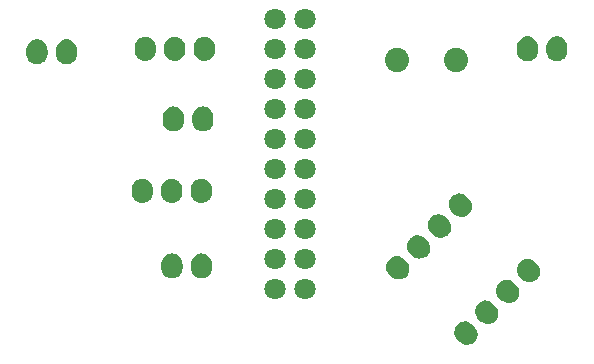
<source format=gts>
G04 Layer: TopSolderMaskLayer*
G04 EasyEDA v6.5.22, 2022-11-10 11:50:32*
G04 78093d0df57e497ba92d4915601d0112,b20a208c93c440fcb0453c65c4fa92e7,10*
G04 Gerber Generator version 0.2*
G04 Scale: 100 percent, Rotated: No, Reflected: No *
G04 Dimensions in millimeters *
G04 leading zeros omitted , absolute positions ,4 integer and 5 decimal *
%FSLAX45Y45*%
%MOMM*%

%ADD10C,2.0516*%
%ADD11C,1.8016*%

%LPD*%
D10*
G01*
X919962Y-11804015D03*
G01*
X1419961Y-11804015D03*
G36*
X1464818Y-13130022D02*
G01*
X1464310Y-13129768D01*
X1453642Y-13129006D01*
X1453134Y-13128751D01*
X1442720Y-13126466D01*
X1441958Y-13126212D01*
X1432052Y-13122656D01*
X1431290Y-13122401D01*
X1421892Y-13117576D01*
X1421384Y-13117322D01*
X1412494Y-13111226D01*
X1411986Y-13110972D01*
X1403858Y-13103860D01*
X1403604Y-13103606D01*
X1386078Y-13085826D01*
X1385824Y-13085571D01*
X1378712Y-13077698D01*
X1378458Y-13077190D01*
X1372362Y-13068300D01*
X1367028Y-13057632D01*
X1363218Y-13047726D01*
X1363218Y-13046963D01*
X1360932Y-13036550D01*
X1360678Y-13036042D01*
X1359662Y-13025374D01*
X1359662Y-13024612D01*
X1359916Y-13013944D01*
X1360170Y-13013436D01*
X1361694Y-13002768D01*
X1361948Y-13002260D01*
X1364996Y-12991846D01*
X1364996Y-12991338D01*
X1369314Y-12981686D01*
X1369568Y-12980924D01*
X1375156Y-12971780D01*
X1375410Y-12971272D01*
X1382014Y-12962890D01*
X1382268Y-12962382D01*
X1389888Y-12954762D01*
X1390396Y-12954508D01*
X1398778Y-12947904D01*
X1399286Y-12947396D01*
X1408684Y-12942062D01*
X1409192Y-12941808D01*
X1418844Y-12937490D01*
X1419606Y-12937236D01*
X1429766Y-12934442D01*
X1430528Y-12934188D01*
X1440942Y-12932664D01*
X1441704Y-12932410D01*
X1452372Y-12932156D01*
X1452880Y-12932156D01*
X1463548Y-12933172D01*
X1464056Y-12933172D01*
X1474470Y-12935712D01*
X1475232Y-12935712D01*
X1485138Y-12939268D01*
X1485900Y-12939776D01*
X1495298Y-12944602D01*
X1495806Y-12944856D01*
X1504696Y-12950698D01*
X1505204Y-12951206D01*
X1513078Y-12958318D01*
X1513332Y-12958572D01*
X1531112Y-12976098D01*
X1531366Y-12976352D01*
X1538478Y-12984480D01*
X1538732Y-12984988D01*
X1544828Y-12993624D01*
X1545082Y-12994386D01*
X1549908Y-13003784D01*
X1550162Y-13004292D01*
X1553718Y-13014452D01*
X1553972Y-13014960D01*
X1556258Y-13025374D01*
X1556512Y-13026136D01*
X1557528Y-13036804D01*
X1557528Y-13037312D01*
X1557020Y-13047980D01*
X1557020Y-13048742D01*
X1555496Y-13059156D01*
X1555242Y-13059918D01*
X1552194Y-13070078D01*
X1551940Y-13070586D01*
X1547876Y-13080492D01*
X1547622Y-13081000D01*
X1542034Y-13090144D01*
X1541780Y-13090652D01*
X1535176Y-13099288D01*
X1534668Y-13099542D01*
X1527302Y-13107162D01*
X1526794Y-13107669D01*
X1518412Y-13114274D01*
X1517650Y-13114528D01*
X1508506Y-13119862D01*
X1507998Y-13120369D01*
X1498346Y-13124434D01*
X1497584Y-13124688D01*
X1487424Y-13127736D01*
X1486662Y-13127736D01*
X1476248Y-13129513D01*
X1475486Y-13129513D01*
G37*
G36*
X1287526Y-13306551D02*
G01*
X1276858Y-13305536D01*
X1276350Y-13305536D01*
X1265936Y-13303250D01*
X1265174Y-13302996D01*
X1255268Y-13299440D01*
X1254506Y-13299186D01*
X1245108Y-13294360D01*
X1244600Y-13294106D01*
X1235710Y-13288010D01*
X1235202Y-13287501D01*
X1227074Y-13280644D01*
X1227074Y-13280390D01*
X1209040Y-13262356D01*
X1201928Y-13254482D01*
X1201674Y-13253974D01*
X1195578Y-13245084D01*
X1190244Y-13234416D01*
X1186434Y-13224510D01*
X1186434Y-13223748D01*
X1184148Y-13213334D01*
X1183894Y-13212826D01*
X1182878Y-13202157D01*
X1182878Y-13201396D01*
X1183386Y-13190728D01*
X1183386Y-13190219D01*
X1184910Y-13179551D01*
X1185164Y-13179044D01*
X1188212Y-13168884D01*
X1188212Y-13168122D01*
X1192530Y-13158469D01*
X1192784Y-13157707D01*
X1198372Y-13148563D01*
X1198626Y-13148056D01*
X1205230Y-13139674D01*
X1205738Y-13139166D01*
X1213104Y-13131546D01*
X1213612Y-13131292D01*
X1221994Y-13124688D01*
X1222502Y-13124180D01*
X1231900Y-13118846D01*
X1232408Y-13118592D01*
X1242060Y-13114274D01*
X1242822Y-13114019D01*
X1252982Y-13111226D01*
X1253744Y-13110972D01*
X1264158Y-13109448D01*
X1264920Y-13109194D01*
X1275588Y-13108940D01*
X1276096Y-13108940D01*
X1286764Y-13109956D01*
X1287272Y-13109956D01*
X1297686Y-13112496D01*
X1298448Y-13112496D01*
X1308354Y-13116306D01*
X1309116Y-13116306D01*
X1318514Y-13121386D01*
X1319022Y-13121640D01*
X1327912Y-13127482D01*
X1328420Y-13127990D01*
X1336294Y-13135101D01*
X1336548Y-13135356D01*
X1354328Y-13152882D01*
X1354582Y-13153136D01*
X1361694Y-13161263D01*
X1361948Y-13161772D01*
X1368044Y-13170407D01*
X1368298Y-13171169D01*
X1373124Y-13180568D01*
X1373378Y-13181076D01*
X1376934Y-13191236D01*
X1377188Y-13191744D01*
X1379474Y-13202157D01*
X1379728Y-13202919D01*
X1380744Y-13213588D01*
X1380744Y-13214096D01*
X1380236Y-13224763D01*
X1380236Y-13225526D01*
X1378712Y-13235940D01*
X1378458Y-13236701D01*
X1375410Y-13246862D01*
X1375410Y-13247369D01*
X1371092Y-13257276D01*
X1370838Y-13257784D01*
X1365250Y-13266928D01*
X1364996Y-13267436D01*
X1358392Y-13276072D01*
X1357884Y-13276326D01*
X1350518Y-13283946D01*
X1350010Y-13284454D01*
X1341628Y-13291057D01*
X1341120Y-13291312D01*
X1331722Y-13296646D01*
X1331214Y-13297154D01*
X1321562Y-13301218D01*
X1320800Y-13301472D01*
X1310640Y-13304519D01*
X1309878Y-13304519D01*
X1299464Y-13306298D01*
X1298702Y-13306298D01*
X1288034Y-13306551D01*
G37*
G36*
X1110742Y-13483336D02*
G01*
X1100074Y-13482319D01*
X1099566Y-13482319D01*
X1089152Y-13480034D01*
X1088390Y-13479780D01*
X1078484Y-13476224D01*
X1077722Y-13475969D01*
X1068324Y-13471144D01*
X1067816Y-13470890D01*
X1058926Y-13464794D01*
X1058418Y-13464286D01*
X1050290Y-13457428D01*
X1050290Y-13457174D01*
X1032256Y-13439140D01*
X1025144Y-13431266D01*
X1024890Y-13430757D01*
X1018794Y-13421868D01*
X1013460Y-13411200D01*
X1009650Y-13401294D01*
X1009650Y-13400532D01*
X1007364Y-13390118D01*
X1007110Y-13389610D01*
X1006094Y-13378942D01*
X1006094Y-13378180D01*
X1006602Y-13367512D01*
X1006602Y-13367004D01*
X1008126Y-13356336D01*
X1008380Y-13355828D01*
X1011428Y-13345413D01*
X1011428Y-13344906D01*
X1015746Y-13335254D01*
X1016000Y-13334492D01*
X1021587Y-13325348D01*
X1021842Y-13324840D01*
X1028446Y-13316457D01*
X1028953Y-13315950D01*
X1036319Y-13308330D01*
X1036828Y-13308076D01*
X1045210Y-13301472D01*
X1045718Y-13300963D01*
X1055116Y-13295630D01*
X1055624Y-13295376D01*
X1065276Y-13291057D01*
X1066038Y-13290804D01*
X1076198Y-13288010D01*
X1076960Y-13287756D01*
X1087374Y-13285978D01*
X1088136Y-13285978D01*
X1098804Y-13285724D01*
X1099312Y-13285724D01*
X1109980Y-13286740D01*
X1110488Y-13286740D01*
X1120902Y-13289280D01*
X1121664Y-13289280D01*
X1131570Y-13292836D01*
X1132332Y-13293090D01*
X1141730Y-13298169D01*
X1142238Y-13298424D01*
X1151128Y-13304266D01*
X1151636Y-13304774D01*
X1159764Y-13311886D01*
X1159764Y-13312140D01*
X1177544Y-13329666D01*
X1177798Y-13329919D01*
X1184910Y-13338048D01*
X1185164Y-13338556D01*
X1191260Y-13347192D01*
X1191514Y-13347954D01*
X1196340Y-13357351D01*
X1196594Y-13357860D01*
X1200150Y-13368019D01*
X1200404Y-13368528D01*
X1202690Y-13378942D01*
X1202944Y-13379704D01*
X1203960Y-13390372D01*
X1203960Y-13390880D01*
X1203452Y-13401548D01*
X1203452Y-13402310D01*
X1201928Y-13412724D01*
X1201674Y-13413486D01*
X1198626Y-13423646D01*
X1198372Y-13424154D01*
X1194308Y-13434060D01*
X1194054Y-13434568D01*
X1188466Y-13443712D01*
X1188212Y-13444219D01*
X1181608Y-13452856D01*
X1181100Y-13453110D01*
X1173734Y-13460730D01*
X1173226Y-13461238D01*
X1164844Y-13467842D01*
X1164336Y-13468096D01*
X1154938Y-13473430D01*
X1154430Y-13473938D01*
X1144778Y-13478001D01*
X1144016Y-13478256D01*
X1133856Y-13481304D01*
X1133094Y-13481304D01*
X1122680Y-13483082D01*
X1121918Y-13483082D01*
X1111250Y-13483336D01*
G37*
G36*
X933958Y-13660119D02*
G01*
X923290Y-13659104D01*
X922782Y-13659104D01*
X912368Y-13656818D01*
X911606Y-13656563D01*
X901700Y-13653007D01*
X900937Y-13652754D01*
X891540Y-13647928D01*
X891032Y-13647674D01*
X882142Y-13641578D01*
X881634Y-13641069D01*
X873760Y-13634212D01*
X855471Y-13615924D01*
X848360Y-13608050D01*
X848106Y-13607542D01*
X842010Y-13598651D01*
X836676Y-13587984D01*
X833119Y-13578078D01*
X832866Y-13577316D01*
X830580Y-13566901D01*
X830326Y-13566394D01*
X829310Y-13555726D01*
X829310Y-13554963D01*
X829818Y-13544296D01*
X829818Y-13543788D01*
X831342Y-13533119D01*
X831596Y-13532612D01*
X834644Y-13522198D01*
X834644Y-13521690D01*
X838962Y-13511784D01*
X839216Y-13511276D01*
X844803Y-13502132D01*
X845058Y-13501624D01*
X851662Y-13493242D01*
X852169Y-13492734D01*
X859536Y-13485113D01*
X860044Y-13484860D01*
X868426Y-13478256D01*
X868934Y-13477748D01*
X878332Y-13472413D01*
X878840Y-13472160D01*
X888492Y-13467842D01*
X889253Y-13467588D01*
X899414Y-13464794D01*
X900176Y-13464540D01*
X910590Y-13462762D01*
X911352Y-13462762D01*
X922019Y-13462507D01*
X922528Y-13462507D01*
X933196Y-13463524D01*
X933703Y-13463524D01*
X944118Y-13465810D01*
X944880Y-13466063D01*
X954786Y-13469619D01*
X955548Y-13469874D01*
X964946Y-13474954D01*
X965453Y-13475207D01*
X974344Y-13481050D01*
X974852Y-13481557D01*
X982980Y-13488669D01*
X982980Y-13488924D01*
X1000760Y-13506450D01*
X1001014Y-13506704D01*
X1008126Y-13514832D01*
X1008380Y-13515340D01*
X1014476Y-13523976D01*
X1014730Y-13524738D01*
X1019556Y-13534136D01*
X1019810Y-13534644D01*
X1023619Y-13544804D01*
X1023619Y-13545312D01*
X1025906Y-13555726D01*
X1026160Y-13556488D01*
X1027176Y-13567156D01*
X1027176Y-13567663D01*
X1026668Y-13578332D01*
X1026668Y-13579094D01*
X1025144Y-13589507D01*
X1024890Y-13590269D01*
X1021842Y-13600430D01*
X1021842Y-13600938D01*
X1017524Y-13610844D01*
X1017269Y-13611351D01*
X1011682Y-13620496D01*
X1011428Y-13621004D01*
X1004824Y-13629640D01*
X1004316Y-13629894D01*
X996950Y-13637513D01*
X996442Y-13638022D01*
X988060Y-13644626D01*
X987552Y-13644880D01*
X978153Y-13650213D01*
X977646Y-13650468D01*
X967994Y-13654786D01*
X967232Y-13655040D01*
X957071Y-13658088D01*
X956310Y-13658088D01*
X945896Y-13659866D01*
X945134Y-13659866D01*
X934466Y-13660119D01*
G37*
G36*
X-727710Y-12405614D02*
G01*
X-738378Y-12404344D01*
X-738886Y-12404090D01*
X-749300Y-12401550D01*
X-750062Y-12401296D01*
X-759968Y-12397486D01*
X-760476Y-12397232D01*
X-769874Y-12391898D01*
X-770382Y-12391644D01*
X-779018Y-12385294D01*
X-779526Y-12385040D01*
X-787146Y-12377674D01*
X-787654Y-12377166D01*
X-794512Y-12369038D01*
X-794766Y-12368530D01*
X-800608Y-12359386D01*
X-800862Y-12358878D01*
X-805434Y-12349226D01*
X-805688Y-12348718D01*
X-808990Y-12338558D01*
X-809244Y-12337796D01*
X-811022Y-12327382D01*
X-811276Y-12326620D01*
X-811784Y-12316206D01*
X-811784Y-12285472D01*
X-811276Y-12274804D01*
X-811022Y-12274296D01*
X-809244Y-12263628D01*
X-808990Y-12263120D01*
X-805688Y-12252960D01*
X-805434Y-12252452D01*
X-800862Y-12242800D01*
X-800608Y-12242038D01*
X-794766Y-12233148D01*
X-794512Y-12232640D01*
X-787654Y-12224258D01*
X-787146Y-12224004D01*
X-779526Y-12216638D01*
X-779018Y-12216130D01*
X-770382Y-12209780D01*
X-769874Y-12209526D01*
X-760476Y-12204446D01*
X-759968Y-12204192D01*
X-750062Y-12200128D01*
X-749300Y-12200128D01*
X-738886Y-12197334D01*
X-738378Y-12197334D01*
X-727710Y-12195810D01*
X-715772Y-12195810D01*
X-705358Y-12197334D01*
X-704596Y-12197334D01*
X-694182Y-12200128D01*
X-693674Y-12200128D01*
X-683768Y-12204192D01*
X-683260Y-12204446D01*
X-673862Y-12209526D01*
X-673354Y-12209780D01*
X-664718Y-12216130D01*
X-664210Y-12216638D01*
X-656336Y-12224004D01*
X-655828Y-12224258D01*
X-649224Y-12232640D01*
X-648716Y-12233148D01*
X-643128Y-12242038D01*
X-642620Y-12242800D01*
X-638302Y-12252452D01*
X-638048Y-12252960D01*
X-634746Y-12263120D01*
X-634492Y-12263628D01*
X-632460Y-12274296D01*
X-632460Y-12274804D01*
X-631698Y-12285472D01*
X-631698Y-12316206D01*
X-632460Y-12326620D01*
X-632460Y-12327382D01*
X-634492Y-12337796D01*
X-634746Y-12338558D01*
X-638048Y-12348718D01*
X-638302Y-12349226D01*
X-642620Y-12358878D01*
X-643128Y-12359386D01*
X-648716Y-12368530D01*
X-649224Y-12369038D01*
X-655828Y-12377166D01*
X-656336Y-12377674D01*
X-664210Y-12385040D01*
X-664718Y-12385294D01*
X-673354Y-12391644D01*
X-673862Y-12391898D01*
X-683260Y-12397232D01*
X-683768Y-12397486D01*
X-693674Y-12401296D01*
X-694182Y-12401550D01*
X-704596Y-12404090D01*
X-705358Y-12404344D01*
X-715772Y-12405614D01*
G37*
G36*
X-977900Y-12405614D02*
G01*
X-988314Y-12404344D01*
X-989076Y-12404090D01*
X-999236Y-12401550D01*
X-999998Y-12401296D01*
X-1009903Y-12397486D01*
X-1010412Y-12397232D01*
X-1019810Y-12391898D01*
X-1020318Y-12391644D01*
X-1028953Y-12385294D01*
X-1029462Y-12385040D01*
X-1037336Y-12377674D01*
X-1037590Y-12377166D01*
X-1044448Y-12369038D01*
X-1044956Y-12368530D01*
X-1050544Y-12359386D01*
X-1050798Y-12358878D01*
X-1055370Y-12349226D01*
X-1055624Y-12348718D01*
X-1058926Y-12338558D01*
X-1059180Y-12337796D01*
X-1061212Y-12327382D01*
X-1061212Y-12326620D01*
X-1061974Y-12316206D01*
X-1061974Y-12285472D01*
X-1061212Y-12274804D01*
X-1061212Y-12274296D01*
X-1059180Y-12263628D01*
X-1058926Y-12263120D01*
X-1055624Y-12252960D01*
X-1055370Y-12252198D01*
X-1050798Y-12242546D01*
X-1050544Y-12242038D01*
X-1044956Y-12233148D01*
X-1044448Y-12232640D01*
X-1037590Y-12224258D01*
X-1037336Y-12224004D01*
X-1029462Y-12216638D01*
X-1028953Y-12216130D01*
X-1020318Y-12209780D01*
X-1019810Y-12209526D01*
X-1010412Y-12204446D01*
X-1009903Y-12204192D01*
X-999998Y-12200128D01*
X-999236Y-12200128D01*
X-989076Y-12197334D01*
X-988314Y-12197334D01*
X-977900Y-12195810D01*
X-965708Y-12195810D01*
X-955294Y-12197334D01*
X-954532Y-12197334D01*
X-944371Y-12200128D01*
X-943610Y-12200128D01*
X-933703Y-12204192D01*
X-933196Y-12204446D01*
X-923798Y-12209526D01*
X-923290Y-12209780D01*
X-914653Y-12216130D01*
X-914146Y-12216638D01*
X-906271Y-12224004D01*
X-906018Y-12224258D01*
X-899160Y-12232640D01*
X-898652Y-12233148D01*
X-893064Y-12242038D01*
X-892810Y-12242546D01*
X-888237Y-12252198D01*
X-887984Y-12252960D01*
X-884682Y-12263120D01*
X-884428Y-12263628D01*
X-882396Y-12274296D01*
X-882396Y-12274804D01*
X-881634Y-12285472D01*
X-881634Y-12316206D01*
X-882396Y-12326620D01*
X-882396Y-12327382D01*
X-884428Y-12337796D01*
X-884682Y-12338558D01*
X-887984Y-12348718D01*
X-888237Y-12349226D01*
X-892810Y-12358878D01*
X-893064Y-12359386D01*
X-898652Y-12368530D01*
X-899160Y-12369038D01*
X-906018Y-12377166D01*
X-906271Y-12377674D01*
X-914146Y-12385040D01*
X-914653Y-12385294D01*
X-923290Y-12391644D01*
X-923798Y-12391898D01*
X-933196Y-12397232D01*
X-933703Y-12397486D01*
X-943610Y-12401296D01*
X-944371Y-12401550D01*
X-954532Y-12404090D01*
X-955294Y-12404344D01*
X-965708Y-12405614D01*
G37*
G36*
X2269998Y-11812016D02*
G01*
X2269490Y-11811762D01*
X2258822Y-11810492D01*
X2258314Y-11810492D01*
X2247900Y-11807698D01*
X2247138Y-11807444D01*
X2237232Y-11803634D01*
X2236724Y-11803380D01*
X2227326Y-11798300D01*
X2226818Y-11797792D01*
X2218182Y-11791696D01*
X2217674Y-11791188D01*
X2210054Y-11783822D01*
X2209546Y-11783314D01*
X2202688Y-11775186D01*
X2202434Y-11774678D01*
X2196592Y-11765534D01*
X2196338Y-11765026D01*
X2191766Y-11755374D01*
X2191512Y-11754866D01*
X2188210Y-11744706D01*
X2187956Y-11743944D01*
X2186178Y-11733530D01*
X2185924Y-11733022D01*
X2185416Y-11722354D01*
X2185416Y-11691620D01*
X2185924Y-11680952D01*
X2186178Y-11680444D01*
X2187956Y-11669776D01*
X2188210Y-11669268D01*
X2191512Y-11659108D01*
X2191766Y-11658600D01*
X2196338Y-11648948D01*
X2196592Y-11648186D01*
X2202434Y-11639296D01*
X2202688Y-11638788D01*
X2209546Y-11630660D01*
X2210054Y-11630152D01*
X2217674Y-11622786D01*
X2218182Y-11622278D01*
X2226818Y-11616182D01*
X2227326Y-11615674D01*
X2236724Y-11610594D01*
X2237232Y-11610340D01*
X2247138Y-11606530D01*
X2247900Y-11606276D01*
X2258314Y-11603482D01*
X2258822Y-11603482D01*
X2269490Y-11602212D01*
X2269998Y-11601958D01*
X2280666Y-11601958D01*
X2281428Y-11602212D01*
X2291842Y-11603482D01*
X2292604Y-11603482D01*
X2303018Y-11606276D01*
X2303526Y-11606530D01*
X2313432Y-11610340D01*
X2313940Y-11610594D01*
X2323338Y-11615674D01*
X2323846Y-11616182D01*
X2332482Y-11622278D01*
X2332990Y-11622786D01*
X2340864Y-11630152D01*
X2341372Y-11630660D01*
X2347976Y-11638788D01*
X2348484Y-11639296D01*
X2354072Y-11648186D01*
X2354580Y-11648948D01*
X2358898Y-11658600D01*
X2359152Y-11659108D01*
X2362454Y-11669268D01*
X2362708Y-11669776D01*
X2364740Y-11680444D01*
X2364740Y-11680952D01*
X2365502Y-11691620D01*
X2365502Y-11722354D01*
X2364740Y-11733022D01*
X2364740Y-11733530D01*
X2362708Y-11743944D01*
X2362454Y-11744706D01*
X2359152Y-11754866D01*
X2358898Y-11755374D01*
X2354580Y-11765026D01*
X2354072Y-11765534D01*
X2348484Y-11774678D01*
X2347976Y-11775186D01*
X2341372Y-11783314D01*
X2340864Y-11783822D01*
X2332990Y-11791188D01*
X2332482Y-11791696D01*
X2323846Y-11797792D01*
X2323338Y-11798300D01*
X2313940Y-11803380D01*
X2313432Y-11803634D01*
X2303526Y-11807444D01*
X2303018Y-11807698D01*
X2292604Y-11810492D01*
X2291842Y-11810492D01*
X2281428Y-11811762D01*
X2280666Y-11812016D01*
G37*
G36*
X2020062Y-11812016D02*
G01*
X2019300Y-11811762D01*
X2008886Y-11810492D01*
X2008124Y-11810492D01*
X1997964Y-11807698D01*
X1997202Y-11807444D01*
X1987296Y-11803634D01*
X1986788Y-11803380D01*
X1977389Y-11798300D01*
X1976882Y-11797792D01*
X1968246Y-11791696D01*
X1967738Y-11791188D01*
X1959864Y-11783822D01*
X1959610Y-11783314D01*
X1952752Y-11775186D01*
X1952243Y-11774678D01*
X1946656Y-11765534D01*
X1946402Y-11765026D01*
X1941830Y-11755374D01*
X1941575Y-11754866D01*
X1938274Y-11744706D01*
X1938020Y-11743944D01*
X1935988Y-11733530D01*
X1935988Y-11733022D01*
X1935225Y-11722354D01*
X1935225Y-11691620D01*
X1935988Y-11680952D01*
X1935988Y-11680444D01*
X1938020Y-11669776D01*
X1938274Y-11669268D01*
X1941575Y-11659108D01*
X1941830Y-11658600D01*
X1946402Y-11648948D01*
X1946656Y-11648186D01*
X1952243Y-11639296D01*
X1952752Y-11638788D01*
X1959610Y-11630660D01*
X1959864Y-11630152D01*
X1967738Y-11622786D01*
X1968246Y-11622278D01*
X1976882Y-11616182D01*
X1977389Y-11615674D01*
X1986788Y-11610594D01*
X1987296Y-11610340D01*
X1997202Y-11606530D01*
X1997964Y-11606276D01*
X2008124Y-11603482D01*
X2008886Y-11603482D01*
X2019300Y-11602212D01*
X2020062Y-11601958D01*
X2030730Y-11601958D01*
X2031492Y-11602212D01*
X2041906Y-11603482D01*
X2042668Y-11603482D01*
X2052828Y-11606276D01*
X2053589Y-11606530D01*
X2063496Y-11610340D01*
X2064004Y-11610594D01*
X2073402Y-11615674D01*
X2073910Y-11616182D01*
X2082546Y-11622278D01*
X2083054Y-11622786D01*
X2090928Y-11630152D01*
X2091182Y-11630660D01*
X2098040Y-11638788D01*
X2098548Y-11639296D01*
X2104136Y-11648186D01*
X2104390Y-11648948D01*
X2108962Y-11658600D01*
X2109216Y-11659108D01*
X2112518Y-11669268D01*
X2112772Y-11669776D01*
X2114804Y-11680444D01*
X2114804Y-11680952D01*
X2115566Y-11691620D01*
X2115566Y-11722354D01*
X2114804Y-11733022D01*
X2114804Y-11733530D01*
X2112772Y-11743944D01*
X2112518Y-11744706D01*
X2109216Y-11754866D01*
X2108962Y-11755374D01*
X2104390Y-11765026D01*
X2104136Y-11765534D01*
X2098548Y-11774678D01*
X2098040Y-11775186D01*
X2091182Y-11783314D01*
X2090928Y-11783822D01*
X2083054Y-11791188D01*
X2082546Y-11791696D01*
X2073910Y-11797792D01*
X2073402Y-11798300D01*
X2064004Y-11803380D01*
X2063496Y-11803634D01*
X2053589Y-11807444D01*
X2052828Y-11807698D01*
X2042668Y-11810492D01*
X2041906Y-11810492D01*
X2031492Y-11811762D01*
X2030730Y-11812016D01*
G37*
G36*
X-1882139Y-11837416D02*
G01*
X-1882902Y-11837162D01*
X-1893316Y-11835892D01*
X-1894078Y-11835892D01*
X-1904238Y-11833098D01*
X-1905000Y-11832844D01*
X-1914906Y-11829034D01*
X-1915414Y-11828780D01*
X-1924812Y-11823700D01*
X-1925320Y-11823192D01*
X-1933956Y-11817096D01*
X-1934464Y-11816588D01*
X-1942338Y-11809222D01*
X-1942592Y-11808714D01*
X-1949450Y-11800586D01*
X-1949957Y-11800078D01*
X-1955546Y-11790934D01*
X-1955800Y-11790426D01*
X-1960372Y-11780774D01*
X-1960625Y-11780266D01*
X-1963928Y-11770106D01*
X-1964182Y-11769344D01*
X-1966214Y-11758930D01*
X-1966214Y-11758422D01*
X-1966975Y-11747754D01*
X-1966975Y-11717020D01*
X-1966214Y-11706352D01*
X-1966214Y-11705844D01*
X-1964182Y-11695176D01*
X-1963928Y-11694668D01*
X-1960625Y-11684508D01*
X-1960372Y-11684000D01*
X-1955800Y-11674348D01*
X-1955546Y-11673586D01*
X-1949957Y-11664696D01*
X-1949450Y-11664188D01*
X-1942592Y-11656060D01*
X-1942338Y-11655552D01*
X-1934464Y-11648186D01*
X-1933956Y-11647678D01*
X-1925320Y-11641582D01*
X-1924812Y-11641074D01*
X-1915414Y-11635994D01*
X-1914906Y-11635740D01*
X-1905000Y-11631930D01*
X-1904238Y-11631676D01*
X-1894078Y-11628882D01*
X-1893316Y-11628882D01*
X-1882902Y-11627612D01*
X-1882139Y-11627358D01*
X-1871472Y-11627358D01*
X-1870710Y-11627612D01*
X-1860296Y-11628882D01*
X-1859534Y-11628882D01*
X-1849374Y-11631676D01*
X-1848612Y-11631930D01*
X-1838706Y-11635740D01*
X-1838198Y-11635994D01*
X-1828800Y-11641074D01*
X-1828292Y-11641582D01*
X-1819656Y-11647678D01*
X-1819148Y-11648186D01*
X-1811274Y-11655552D01*
X-1811020Y-11656060D01*
X-1804162Y-11664188D01*
X-1803654Y-11664696D01*
X-1798066Y-11673586D01*
X-1797812Y-11674348D01*
X-1793239Y-11684000D01*
X-1792986Y-11684508D01*
X-1789684Y-11694668D01*
X-1789430Y-11695176D01*
X-1787398Y-11705844D01*
X-1787398Y-11706352D01*
X-1786636Y-11717020D01*
X-1786636Y-11747754D01*
X-1787398Y-11758422D01*
X-1787398Y-11758930D01*
X-1789430Y-11769344D01*
X-1789684Y-11770106D01*
X-1792986Y-11780266D01*
X-1793239Y-11780774D01*
X-1797812Y-11790426D01*
X-1798066Y-11790934D01*
X-1803654Y-11800078D01*
X-1804162Y-11800586D01*
X-1811020Y-11808714D01*
X-1811274Y-11809222D01*
X-1819148Y-11816588D01*
X-1819656Y-11817096D01*
X-1828292Y-11823192D01*
X-1828800Y-11823700D01*
X-1838198Y-11828780D01*
X-1838706Y-11829034D01*
X-1848612Y-11832844D01*
X-1849374Y-11833098D01*
X-1859534Y-11835892D01*
X-1860296Y-11835892D01*
X-1870710Y-11837162D01*
X-1871472Y-11837416D01*
G37*
G36*
X-2132076Y-11837416D02*
G01*
X-2132838Y-11837162D01*
X-2143506Y-11835892D01*
X-2144014Y-11835892D01*
X-2154428Y-11833098D01*
X-2154936Y-11832844D01*
X-2164842Y-11829034D01*
X-2165350Y-11828780D01*
X-2174748Y-11823700D01*
X-2175256Y-11823192D01*
X-2183892Y-11817096D01*
X-2184400Y-11816588D01*
X-2192274Y-11809222D01*
X-2192782Y-11808714D01*
X-2199386Y-11800586D01*
X-2199894Y-11800078D01*
X-2205482Y-11790934D01*
X-2205990Y-11790426D01*
X-2210562Y-11780774D01*
X-2210562Y-11780266D01*
X-2213864Y-11770106D01*
X-2214118Y-11769344D01*
X-2216150Y-11758930D01*
X-2216150Y-11758422D01*
X-2216912Y-11747754D01*
X-2216912Y-11717020D01*
X-2216150Y-11706352D01*
X-2216150Y-11705844D01*
X-2214118Y-11695176D01*
X-2213864Y-11694668D01*
X-2210562Y-11684508D01*
X-2210562Y-11684000D01*
X-2205990Y-11674348D01*
X-2205482Y-11673586D01*
X-2199894Y-11664696D01*
X-2199386Y-11664188D01*
X-2192782Y-11656060D01*
X-2192274Y-11655552D01*
X-2184400Y-11648186D01*
X-2183892Y-11647678D01*
X-2175256Y-11641582D01*
X-2174748Y-11641074D01*
X-2165350Y-11635994D01*
X-2164842Y-11635740D01*
X-2154936Y-11631930D01*
X-2154428Y-11631676D01*
X-2144014Y-11628882D01*
X-2143506Y-11628882D01*
X-2132838Y-11627612D01*
X-2132076Y-11627358D01*
X-2121408Y-11627358D01*
X-2120900Y-11627612D01*
X-2110232Y-11628882D01*
X-2109724Y-11628882D01*
X-2099310Y-11631676D01*
X-2098802Y-11631930D01*
X-2088642Y-11635740D01*
X-2088134Y-11635994D01*
X-2078736Y-11641074D01*
X-2078228Y-11641582D01*
X-2069592Y-11647678D01*
X-2069084Y-11648186D01*
X-2061464Y-11655552D01*
X-2060956Y-11656060D01*
X-2054098Y-11664188D01*
X-2053843Y-11664696D01*
X-2048002Y-11673586D01*
X-2047748Y-11674348D01*
X-2043175Y-11684000D01*
X-2042922Y-11684508D01*
X-2039620Y-11694668D01*
X-2039620Y-11695176D01*
X-2037588Y-11705844D01*
X-2037334Y-11706352D01*
X-2036825Y-11717020D01*
X-2036825Y-11747754D01*
X-2037334Y-11758422D01*
X-2037588Y-11758930D01*
X-2039620Y-11769344D01*
X-2039620Y-11770106D01*
X-2042922Y-11780266D01*
X-2043175Y-11780774D01*
X-2047748Y-11790426D01*
X-2048002Y-11790934D01*
X-2053843Y-11800078D01*
X-2054098Y-11800586D01*
X-2060956Y-11808714D01*
X-2061464Y-11809222D01*
X-2069084Y-11816588D01*
X-2069592Y-11817096D01*
X-2078228Y-11823192D01*
X-2078736Y-11823700D01*
X-2088134Y-11828780D01*
X-2088642Y-11829034D01*
X-2098802Y-11832844D01*
X-2099310Y-11833098D01*
X-2109724Y-11835892D01*
X-2110232Y-11835892D01*
X-2120900Y-11837162D01*
X-2121408Y-11837416D01*
G37*
G36*
X-739902Y-13650213D02*
G01*
X-750316Y-13648944D01*
X-751078Y-13648690D01*
X-761238Y-13646150D01*
X-762000Y-13645896D01*
X-771906Y-13642086D01*
X-772414Y-13641832D01*
X-781812Y-13636498D01*
X-782320Y-13636244D01*
X-790956Y-13629894D01*
X-791464Y-13629640D01*
X-799338Y-13622274D01*
X-799592Y-13621766D01*
X-806450Y-13613638D01*
X-806958Y-13613130D01*
X-812546Y-13603986D01*
X-812800Y-13603478D01*
X-817372Y-13593826D01*
X-817625Y-13593318D01*
X-820928Y-13583157D01*
X-821182Y-13582396D01*
X-823214Y-13571982D01*
X-823214Y-13571219D01*
X-823976Y-13560806D01*
X-823976Y-13530072D01*
X-823214Y-13519404D01*
X-823214Y-13518896D01*
X-821182Y-13508228D01*
X-820928Y-13507719D01*
X-817625Y-13497560D01*
X-817372Y-13496798D01*
X-812800Y-13487146D01*
X-812546Y-13486638D01*
X-806958Y-13477748D01*
X-806450Y-13477240D01*
X-799592Y-13468857D01*
X-799338Y-13468604D01*
X-791464Y-13461238D01*
X-790956Y-13460730D01*
X-782320Y-13454380D01*
X-781812Y-13454126D01*
X-772414Y-13449046D01*
X-771906Y-13448792D01*
X-762000Y-13444728D01*
X-761238Y-13444728D01*
X-751078Y-13441934D01*
X-750316Y-13441934D01*
X-739902Y-13440410D01*
X-727710Y-13440410D01*
X-717296Y-13441934D01*
X-716534Y-13441934D01*
X-706374Y-13444728D01*
X-705612Y-13444728D01*
X-695706Y-13448792D01*
X-695198Y-13449046D01*
X-685800Y-13454126D01*
X-685292Y-13454380D01*
X-676656Y-13460730D01*
X-676148Y-13461238D01*
X-668274Y-13468604D01*
X-668020Y-13468857D01*
X-661162Y-13477240D01*
X-660654Y-13477748D01*
X-655066Y-13486638D01*
X-654812Y-13487146D01*
X-650240Y-13496798D01*
X-649986Y-13497560D01*
X-646684Y-13507719D01*
X-646430Y-13508228D01*
X-644398Y-13518896D01*
X-644398Y-13519404D01*
X-643636Y-13530072D01*
X-643636Y-13560806D01*
X-644398Y-13571219D01*
X-644398Y-13571982D01*
X-646430Y-13582396D01*
X-646684Y-13583157D01*
X-649986Y-13593318D01*
X-650240Y-13593826D01*
X-654812Y-13603478D01*
X-655066Y-13603986D01*
X-660654Y-13613130D01*
X-661162Y-13613638D01*
X-668020Y-13621766D01*
X-668274Y-13622274D01*
X-676148Y-13629640D01*
X-676656Y-13629894D01*
X-685292Y-13636244D01*
X-685800Y-13636498D01*
X-695198Y-13641832D01*
X-695706Y-13642086D01*
X-705612Y-13645896D01*
X-706374Y-13646150D01*
X-716534Y-13648690D01*
X-717296Y-13648944D01*
X-727710Y-13650213D01*
G37*
G36*
X-989837Y-13650213D02*
G01*
X-1000506Y-13648944D01*
X-1001014Y-13648690D01*
X-1011428Y-13646150D01*
X-1011936Y-13645896D01*
X-1021842Y-13642086D01*
X-1022350Y-13641832D01*
X-1031748Y-13636498D01*
X-1032256Y-13636244D01*
X-1040892Y-13629894D01*
X-1041400Y-13629640D01*
X-1049274Y-13622274D01*
X-1049782Y-13621766D01*
X-1056386Y-13613638D01*
X-1056894Y-13613130D01*
X-1062482Y-13603986D01*
X-1062990Y-13603478D01*
X-1067562Y-13593826D01*
X-1067562Y-13593318D01*
X-1070864Y-13583157D01*
X-1071118Y-13582396D01*
X-1073150Y-13571982D01*
X-1073150Y-13571219D01*
X-1073912Y-13560806D01*
X-1073912Y-13530072D01*
X-1073150Y-13519404D01*
X-1073150Y-13518896D01*
X-1071118Y-13508228D01*
X-1070864Y-13507719D01*
X-1067562Y-13497560D01*
X-1067562Y-13497051D01*
X-1062990Y-13487400D01*
X-1062482Y-13486638D01*
X-1056894Y-13477748D01*
X-1056386Y-13477240D01*
X-1049782Y-13468857D01*
X-1049274Y-13468604D01*
X-1041400Y-13461238D01*
X-1040892Y-13460730D01*
X-1032256Y-13454380D01*
X-1031748Y-13454126D01*
X-1022350Y-13449046D01*
X-1021842Y-13448792D01*
X-1011936Y-13444728D01*
X-1011428Y-13444728D01*
X-1001014Y-13441934D01*
X-1000506Y-13441934D01*
X-989837Y-13440410D01*
X-977900Y-13440410D01*
X-967232Y-13441934D01*
X-966724Y-13441934D01*
X-956310Y-13444728D01*
X-955802Y-13444728D01*
X-945642Y-13448792D01*
X-945134Y-13449046D01*
X-935736Y-13454126D01*
X-935228Y-13454380D01*
X-926592Y-13460730D01*
X-926084Y-13461238D01*
X-918464Y-13468604D01*
X-917956Y-13468857D01*
X-911098Y-13477240D01*
X-910844Y-13477748D01*
X-905002Y-13486638D01*
X-904748Y-13487400D01*
X-900176Y-13497051D01*
X-899921Y-13497560D01*
X-896619Y-13507719D01*
X-896619Y-13508228D01*
X-894587Y-13518896D01*
X-894334Y-13519404D01*
X-893826Y-13530072D01*
X-893826Y-13560806D01*
X-894334Y-13571219D01*
X-894587Y-13571982D01*
X-896619Y-13582396D01*
X-896619Y-13583157D01*
X-899921Y-13593318D01*
X-900176Y-13593826D01*
X-904748Y-13603478D01*
X-905002Y-13603986D01*
X-910844Y-13613130D01*
X-911098Y-13613638D01*
X-917956Y-13621766D01*
X-918464Y-13622274D01*
X-926084Y-13629640D01*
X-926592Y-13629894D01*
X-935228Y-13636244D01*
X-935736Y-13636498D01*
X-945134Y-13641832D01*
X-945642Y-13642086D01*
X-955802Y-13645896D01*
X-956310Y-13646150D01*
X-966724Y-13648690D01*
X-967232Y-13648944D01*
X-977900Y-13650213D01*
G37*
G36*
X-741172Y-13012674D02*
G01*
X-751840Y-13011404D01*
X-752348Y-13011404D01*
X-762762Y-13008610D01*
X-763270Y-13008356D01*
X-773176Y-13004546D01*
X-773938Y-13004292D01*
X-783336Y-12999212D01*
X-783844Y-12998704D01*
X-792480Y-12992354D01*
X-792988Y-12992100D01*
X-800608Y-12984734D01*
X-801116Y-12984226D01*
X-807974Y-12976098D01*
X-808228Y-12975590D01*
X-814069Y-12966446D01*
X-814324Y-12965938D01*
X-818896Y-12956286D01*
X-819150Y-12955778D01*
X-822452Y-12945618D01*
X-822452Y-12944856D01*
X-824484Y-12934442D01*
X-824737Y-12933934D01*
X-825246Y-12923266D01*
X-825246Y-12897612D01*
X-824737Y-12886944D01*
X-824484Y-12886182D01*
X-822452Y-12875768D01*
X-822452Y-12875260D01*
X-819150Y-12865100D01*
X-818896Y-12864338D01*
X-814324Y-12854686D01*
X-814069Y-12854178D01*
X-808228Y-12845288D01*
X-807974Y-12844780D01*
X-801116Y-12836398D01*
X-800608Y-12835890D01*
X-792988Y-12828778D01*
X-792480Y-12828270D01*
X-783844Y-12821920D01*
X-783336Y-12821666D01*
X-773938Y-12816586D01*
X-773176Y-12816332D01*
X-763270Y-12812268D01*
X-762762Y-12812014D01*
X-752348Y-12809474D01*
X-751840Y-12809220D01*
X-741172Y-12807950D01*
X-729234Y-12807950D01*
X-718566Y-12809220D01*
X-718058Y-12809474D01*
X-707644Y-12812014D01*
X-707136Y-12812268D01*
X-697230Y-12816332D01*
X-696468Y-12816586D01*
X-687324Y-12821666D01*
X-686562Y-12821920D01*
X-677926Y-12828270D01*
X-677418Y-12828778D01*
X-669798Y-12835890D01*
X-669290Y-12836398D01*
X-662432Y-12844780D01*
X-662178Y-12845288D01*
X-656336Y-12854178D01*
X-656082Y-12854686D01*
X-651510Y-12864338D01*
X-651256Y-12865100D01*
X-647954Y-12875260D01*
X-647954Y-12875768D01*
X-645922Y-12886182D01*
X-645922Y-12886944D01*
X-645160Y-12897612D01*
X-645160Y-12923266D01*
X-645922Y-12933934D01*
X-645922Y-12934442D01*
X-647954Y-12944856D01*
X-647954Y-12945618D01*
X-651256Y-12955778D01*
X-651510Y-12956286D01*
X-656082Y-12965938D01*
X-656336Y-12966446D01*
X-662178Y-12975590D01*
X-662432Y-12976098D01*
X-669290Y-12984226D01*
X-669798Y-12984734D01*
X-677418Y-12992100D01*
X-677926Y-12992354D01*
X-686562Y-12998704D01*
X-687324Y-12999212D01*
X-696468Y-13004292D01*
X-697230Y-13004546D01*
X-707136Y-13008356D01*
X-707644Y-13008610D01*
X-718058Y-13011404D01*
X-718566Y-13011404D01*
X-729234Y-13012674D01*
G37*
G36*
X-991108Y-13012674D02*
G01*
X-1001776Y-13011404D01*
X-1002284Y-13011404D01*
X-1012698Y-13008610D01*
X-1013460Y-13008356D01*
X-1023366Y-13004546D01*
X-1023874Y-13004292D01*
X-1033271Y-12999212D01*
X-1033780Y-12998704D01*
X-1042416Y-12992354D01*
X-1042924Y-12992100D01*
X-1050544Y-12984734D01*
X-1051052Y-12984226D01*
X-1057910Y-12976098D01*
X-1058164Y-12975590D01*
X-1064006Y-12966446D01*
X-1064260Y-12965938D01*
X-1068832Y-12956286D01*
X-1069086Y-12955778D01*
X-1072388Y-12945618D01*
X-1072642Y-12944856D01*
X-1074420Y-12934442D01*
X-1074674Y-12933934D01*
X-1075182Y-12923266D01*
X-1075182Y-12897612D01*
X-1074674Y-12886944D01*
X-1074420Y-12886182D01*
X-1072642Y-12875768D01*
X-1072388Y-12875260D01*
X-1069086Y-12865100D01*
X-1068832Y-12864338D01*
X-1064260Y-12854686D01*
X-1064006Y-12854178D01*
X-1058164Y-12845288D01*
X-1057910Y-12844780D01*
X-1051052Y-12836398D01*
X-1050544Y-12835890D01*
X-1042924Y-12828778D01*
X-1042416Y-12828270D01*
X-1033780Y-12821920D01*
X-1033271Y-12821666D01*
X-1023874Y-12816586D01*
X-1023366Y-12816332D01*
X-1013460Y-12812268D01*
X-1012698Y-12812014D01*
X-1002284Y-12809474D01*
X-1001776Y-12809220D01*
X-991108Y-12807950D01*
X-979169Y-12807950D01*
X-968756Y-12809220D01*
X-967994Y-12809474D01*
X-957580Y-12812014D01*
X-957071Y-12812268D01*
X-947166Y-12816332D01*
X-946658Y-12816586D01*
X-937260Y-12821666D01*
X-936752Y-12821920D01*
X-928116Y-12828270D01*
X-927608Y-12828778D01*
X-919734Y-12835890D01*
X-919480Y-12836398D01*
X-912621Y-12844780D01*
X-912114Y-12845288D01*
X-906526Y-12854178D01*
X-906018Y-12854686D01*
X-901700Y-12864338D01*
X-901446Y-12865100D01*
X-898144Y-12875260D01*
X-897890Y-12875768D01*
X-895858Y-12886182D01*
X-895858Y-12886944D01*
X-895096Y-12897612D01*
X-895096Y-12923266D01*
X-895858Y-12933934D01*
X-895858Y-12934442D01*
X-897890Y-12944856D01*
X-898144Y-12945618D01*
X-901446Y-12955778D01*
X-901700Y-12956286D01*
X-906018Y-12965938D01*
X-906526Y-12966446D01*
X-912114Y-12975590D01*
X-912621Y-12976098D01*
X-919480Y-12984226D01*
X-919734Y-12984734D01*
X-927608Y-12992100D01*
X-928116Y-12992354D01*
X-936752Y-12998704D01*
X-937260Y-12999212D01*
X-946658Y-13004292D01*
X-947166Y-13004546D01*
X-957071Y-13008356D01*
X-957580Y-13008610D01*
X-967994Y-13011404D01*
X-968756Y-13011404D01*
X-979169Y-13012674D01*
G37*
G36*
X-1241298Y-13012674D02*
G01*
X-1251712Y-13011404D01*
X-1252474Y-13011404D01*
X-1262634Y-13008610D01*
X-1263396Y-13008356D01*
X-1273302Y-13004546D01*
X-1273810Y-13004292D01*
X-1283208Y-12999212D01*
X-1283716Y-12998704D01*
X-1292352Y-12992354D01*
X-1292860Y-12992100D01*
X-1300734Y-12984734D01*
X-1300988Y-12984226D01*
X-1307846Y-12976098D01*
X-1308354Y-12975590D01*
X-1313942Y-12966446D01*
X-1314196Y-12965938D01*
X-1318768Y-12956286D01*
X-1319022Y-12955778D01*
X-1322324Y-12945618D01*
X-1322578Y-12944856D01*
X-1324610Y-12934442D01*
X-1324610Y-12933934D01*
X-1325372Y-12923266D01*
X-1325372Y-12897612D01*
X-1324610Y-12886944D01*
X-1324610Y-12886182D01*
X-1322578Y-12875768D01*
X-1322324Y-12875260D01*
X-1319022Y-12865100D01*
X-1318768Y-12864338D01*
X-1314196Y-12854686D01*
X-1313942Y-12854178D01*
X-1308354Y-12845288D01*
X-1307846Y-12844780D01*
X-1300988Y-12836398D01*
X-1300734Y-12835890D01*
X-1292860Y-12828778D01*
X-1292352Y-12828270D01*
X-1283716Y-12821920D01*
X-1283208Y-12821666D01*
X-1273810Y-12816586D01*
X-1273302Y-12816332D01*
X-1263396Y-12812268D01*
X-1262634Y-12812014D01*
X-1252474Y-12809474D01*
X-1251712Y-12809220D01*
X-1241298Y-12807950D01*
X-1229360Y-12807950D01*
X-1218692Y-12809220D01*
X-1217930Y-12809474D01*
X-1207770Y-12812014D01*
X-1207008Y-12812268D01*
X-1197102Y-12816332D01*
X-1196594Y-12816586D01*
X-1187196Y-12821666D01*
X-1186688Y-12821920D01*
X-1178052Y-12828270D01*
X-1177544Y-12828778D01*
X-1169670Y-12835890D01*
X-1169416Y-12836398D01*
X-1162558Y-12844780D01*
X-1162050Y-12845288D01*
X-1156462Y-12854178D01*
X-1156208Y-12854686D01*
X-1151636Y-12864338D01*
X-1151382Y-12865100D01*
X-1148080Y-12875260D01*
X-1147826Y-12875768D01*
X-1145794Y-12886182D01*
X-1145794Y-12886944D01*
X-1145032Y-12897612D01*
X-1145032Y-12923266D01*
X-1145794Y-12933934D01*
X-1145794Y-12934442D01*
X-1147826Y-12944856D01*
X-1148080Y-12945618D01*
X-1151382Y-12955778D01*
X-1151636Y-12956286D01*
X-1156208Y-12965938D01*
X-1156462Y-12966446D01*
X-1162050Y-12975590D01*
X-1162558Y-12976098D01*
X-1169416Y-12984226D01*
X-1169670Y-12984734D01*
X-1177544Y-12992100D01*
X-1178052Y-12992354D01*
X-1186688Y-12998704D01*
X-1187196Y-12999212D01*
X-1196594Y-13004292D01*
X-1197102Y-13004546D01*
X-1207008Y-13008356D01*
X-1207770Y-13008610D01*
X-1217930Y-13011404D01*
X-1218692Y-13011404D01*
X-1229360Y-13012674D01*
G37*
G36*
X-715264Y-11809476D02*
G01*
X-715772Y-11809222D01*
X-726440Y-11807952D01*
X-726948Y-11807952D01*
X-737362Y-11805158D01*
X-737870Y-11805158D01*
X-747776Y-11801094D01*
X-748538Y-11800840D01*
X-757936Y-11795760D01*
X-758444Y-11795252D01*
X-767080Y-11789156D01*
X-767588Y-11788648D01*
X-775208Y-11781282D01*
X-775716Y-11780774D01*
X-782574Y-11772646D01*
X-782828Y-11772138D01*
X-788670Y-11763248D01*
X-788924Y-11762486D01*
X-793496Y-11752834D01*
X-793750Y-11752326D01*
X-797052Y-11742166D01*
X-797052Y-11741658D01*
X-799084Y-11730990D01*
X-799338Y-11730482D01*
X-799846Y-11719814D01*
X-799846Y-11694160D01*
X-799338Y-11683492D01*
X-799084Y-11682984D01*
X-797052Y-11672316D01*
X-797052Y-11671808D01*
X-793750Y-11661648D01*
X-793496Y-11660886D01*
X-788924Y-11651234D01*
X-788670Y-11650726D01*
X-782828Y-11641836D01*
X-782574Y-11641328D01*
X-775716Y-11632946D01*
X-775208Y-11632692D01*
X-767588Y-11625326D01*
X-767080Y-11624818D01*
X-758444Y-11618722D01*
X-757936Y-11618214D01*
X-748538Y-11613134D01*
X-747776Y-11612880D01*
X-737870Y-11608816D01*
X-737362Y-11608816D01*
X-726948Y-11606022D01*
X-726440Y-11606022D01*
X-715772Y-11604498D01*
X-703834Y-11604498D01*
X-693166Y-11606022D01*
X-692658Y-11606022D01*
X-682244Y-11608816D01*
X-681736Y-11608816D01*
X-671830Y-11612880D01*
X-671068Y-11613134D01*
X-661924Y-11618214D01*
X-661162Y-11618722D01*
X-652526Y-11624818D01*
X-652018Y-11625326D01*
X-644398Y-11632692D01*
X-643890Y-11632946D01*
X-637032Y-11641328D01*
X-636778Y-11641836D01*
X-630936Y-11650726D01*
X-630682Y-11651234D01*
X-626110Y-11660886D01*
X-625856Y-11661648D01*
X-622554Y-11671808D01*
X-622554Y-11672316D01*
X-620522Y-11682984D01*
X-620522Y-11683492D01*
X-619760Y-11694160D01*
X-619760Y-11719814D01*
X-620522Y-11730482D01*
X-620522Y-11730990D01*
X-622554Y-11741658D01*
X-622554Y-11742166D01*
X-625856Y-11752326D01*
X-626110Y-11752834D01*
X-630682Y-11762486D01*
X-630936Y-11763248D01*
X-636778Y-11772138D01*
X-637032Y-11772646D01*
X-643890Y-11780774D01*
X-644398Y-11781282D01*
X-652018Y-11788648D01*
X-652526Y-11789156D01*
X-661162Y-11795252D01*
X-661924Y-11795760D01*
X-671068Y-11800840D01*
X-671830Y-11801094D01*
X-681736Y-11805158D01*
X-682244Y-11805158D01*
X-692658Y-11807952D01*
X-693166Y-11807952D01*
X-703834Y-11809222D01*
X-704596Y-11809476D01*
G37*
G36*
X-965200Y-11809476D02*
G01*
X-965708Y-11809222D01*
X-976376Y-11807952D01*
X-976884Y-11807952D01*
X-987298Y-11805158D01*
X-988060Y-11805158D01*
X-997966Y-11801094D01*
X-998474Y-11800840D01*
X-1007871Y-11795760D01*
X-1008380Y-11795252D01*
X-1017016Y-11789156D01*
X-1017524Y-11788648D01*
X-1025144Y-11781282D01*
X-1025652Y-11780774D01*
X-1032510Y-11772646D01*
X-1032764Y-11772138D01*
X-1038606Y-11763248D01*
X-1038860Y-11762486D01*
X-1043432Y-11752834D01*
X-1043686Y-11752326D01*
X-1046987Y-11742166D01*
X-1047242Y-11741658D01*
X-1049020Y-11730990D01*
X-1049274Y-11730482D01*
X-1049782Y-11719814D01*
X-1049782Y-11694160D01*
X-1049274Y-11683492D01*
X-1049020Y-11682984D01*
X-1047242Y-11672316D01*
X-1046987Y-11671808D01*
X-1043686Y-11661648D01*
X-1043432Y-11661140D01*
X-1038860Y-11651488D01*
X-1038606Y-11650726D01*
X-1032764Y-11641836D01*
X-1032510Y-11641328D01*
X-1025652Y-11632946D01*
X-1025144Y-11632692D01*
X-1017524Y-11625326D01*
X-1017016Y-11624818D01*
X-1008380Y-11618722D01*
X-1007871Y-11618214D01*
X-998474Y-11613134D01*
X-997966Y-11612880D01*
X-988060Y-11608816D01*
X-987298Y-11608816D01*
X-976884Y-11606022D01*
X-976376Y-11606022D01*
X-965708Y-11604498D01*
X-953769Y-11604498D01*
X-943356Y-11606022D01*
X-942594Y-11606022D01*
X-932180Y-11608816D01*
X-931671Y-11608816D01*
X-921766Y-11612880D01*
X-921258Y-11613134D01*
X-911860Y-11618214D01*
X-911352Y-11618722D01*
X-902716Y-11624818D01*
X-902208Y-11625326D01*
X-894334Y-11632692D01*
X-894080Y-11632946D01*
X-887221Y-11641328D01*
X-886714Y-11641836D01*
X-881126Y-11650726D01*
X-880618Y-11651488D01*
X-876300Y-11661140D01*
X-876046Y-11661648D01*
X-872744Y-11671808D01*
X-872490Y-11672316D01*
X-870458Y-11682984D01*
X-870458Y-11683492D01*
X-869696Y-11694160D01*
X-869696Y-11719814D01*
X-870458Y-11730482D01*
X-870458Y-11730990D01*
X-872490Y-11741658D01*
X-872744Y-11742166D01*
X-876046Y-11752326D01*
X-876300Y-11752834D01*
X-880618Y-11762486D01*
X-881126Y-11763248D01*
X-886714Y-11772138D01*
X-887221Y-11772646D01*
X-894080Y-11780774D01*
X-894334Y-11781282D01*
X-902208Y-11788648D01*
X-902716Y-11789156D01*
X-911352Y-11795252D01*
X-911860Y-11795760D01*
X-921258Y-11800840D01*
X-921766Y-11801094D01*
X-931671Y-11805158D01*
X-932180Y-11805158D01*
X-942594Y-11807952D01*
X-943356Y-11807952D01*
X-953769Y-11809222D01*
X-954532Y-11809476D01*
G37*
G36*
X-1215136Y-11809476D02*
G01*
X-1215898Y-11809222D01*
X-1226312Y-11807952D01*
X-1227074Y-11807952D01*
X-1237234Y-11805158D01*
X-1237996Y-11805158D01*
X-1247902Y-11801094D01*
X-1248410Y-11800840D01*
X-1257808Y-11795760D01*
X-1258316Y-11795252D01*
X-1266952Y-11789156D01*
X-1267460Y-11788648D01*
X-1275334Y-11781282D01*
X-1275588Y-11780774D01*
X-1282446Y-11772646D01*
X-1282954Y-11772138D01*
X-1288542Y-11763248D01*
X-1288796Y-11762486D01*
X-1293368Y-11752834D01*
X-1293622Y-11752326D01*
X-1296924Y-11742166D01*
X-1297178Y-11741658D01*
X-1299210Y-11730990D01*
X-1299210Y-11730482D01*
X-1299972Y-11719814D01*
X-1299972Y-11694160D01*
X-1299210Y-11683492D01*
X-1299210Y-11682984D01*
X-1297178Y-11672316D01*
X-1296924Y-11671808D01*
X-1293622Y-11661648D01*
X-1293368Y-11660886D01*
X-1288796Y-11651234D01*
X-1288542Y-11650726D01*
X-1282954Y-11641836D01*
X-1282446Y-11641328D01*
X-1275588Y-11632946D01*
X-1275334Y-11632692D01*
X-1267460Y-11625326D01*
X-1266952Y-11624818D01*
X-1258316Y-11618722D01*
X-1257808Y-11618214D01*
X-1248410Y-11613134D01*
X-1247902Y-11612880D01*
X-1237996Y-11608816D01*
X-1237234Y-11608816D01*
X-1227074Y-11606022D01*
X-1226312Y-11606022D01*
X-1215898Y-11604498D01*
X-1203960Y-11604498D01*
X-1193292Y-11606022D01*
X-1192530Y-11606022D01*
X-1182370Y-11608816D01*
X-1181608Y-11608816D01*
X-1171702Y-11612880D01*
X-1171194Y-11613134D01*
X-1161796Y-11618214D01*
X-1161288Y-11618722D01*
X-1152652Y-11624818D01*
X-1152144Y-11625326D01*
X-1144270Y-11632692D01*
X-1144016Y-11632946D01*
X-1137158Y-11641328D01*
X-1136650Y-11641836D01*
X-1131062Y-11650726D01*
X-1130808Y-11651234D01*
X-1126236Y-11660886D01*
X-1125982Y-11661648D01*
X-1122680Y-11671808D01*
X-1122426Y-11672316D01*
X-1120394Y-11682984D01*
X-1120394Y-11683492D01*
X-1119632Y-11694160D01*
X-1119632Y-11719814D01*
X-1120394Y-11730482D01*
X-1120394Y-11730990D01*
X-1122426Y-11741658D01*
X-1122680Y-11742166D01*
X-1125982Y-11752326D01*
X-1126236Y-11752834D01*
X-1130808Y-11762486D01*
X-1131062Y-11763248D01*
X-1136650Y-11772138D01*
X-1137158Y-11772646D01*
X-1144016Y-11780774D01*
X-1144270Y-11781282D01*
X-1152144Y-11788648D01*
X-1152652Y-11789156D01*
X-1161288Y-11795252D01*
X-1161796Y-11795760D01*
X-1171194Y-11800840D01*
X-1171702Y-11801094D01*
X-1181608Y-11805158D01*
X-1182370Y-11805158D01*
X-1192530Y-11807952D01*
X-1193292Y-11807952D01*
X-1203960Y-11809222D01*
X-1204468Y-11809476D01*
G37*
D11*
G01*
X139598Y-13741400D03*
G01*
X-114401Y-13487400D03*
G01*
X139598Y-13487400D03*
G01*
X139598Y-13233400D03*
G01*
X139598Y-12979400D03*
G01*
X139598Y-12725400D03*
G01*
X139598Y-12471400D03*
G01*
X139598Y-12217400D03*
G01*
X139598Y-11963400D03*
G01*
X139598Y-11709400D03*
G01*
X139598Y-11455400D03*
G01*
X-114401Y-11455400D03*
G01*
X-114401Y-11709400D03*
G01*
X-114401Y-11963400D03*
G01*
X-114401Y-12217400D03*
G01*
X-114401Y-12471400D03*
G01*
X-114401Y-12725400D03*
G01*
X-114401Y-12979400D03*
G01*
X-114401Y-13233400D03*
G01*
X-114401Y-13741400D03*
G36*
X1511300Y-14212824D02*
G01*
X1500886Y-14211807D01*
X1500124Y-14211807D01*
X1489710Y-14209522D01*
X1489202Y-14209268D01*
X1479042Y-14205712D01*
X1468882Y-14200632D01*
X1468374Y-14200124D01*
X1459484Y-14194282D01*
X1458976Y-14193774D01*
X1451102Y-14186662D01*
X1450848Y-14186662D01*
X1432814Y-14168628D01*
X1425956Y-14160754D01*
X1425448Y-14160246D01*
X1419352Y-14151356D01*
X1414018Y-14140688D01*
X1410462Y-14130528D01*
X1410208Y-14130019D01*
X1407922Y-14119606D01*
X1407922Y-14118844D01*
X1406906Y-14108430D01*
X1406906Y-14107668D01*
X1407160Y-14097000D01*
X1407160Y-14096492D01*
X1408938Y-14085824D01*
X1408938Y-14085316D01*
X1411986Y-14074901D01*
X1412240Y-14074394D01*
X1416558Y-14064488D01*
X1416812Y-14063980D01*
X1422146Y-14054836D01*
X1422400Y-14054328D01*
X1429004Y-14045946D01*
X1437640Y-14037310D01*
X1446022Y-14030960D01*
X1446530Y-14030451D01*
X1455674Y-14025118D01*
X1456182Y-14024863D01*
X1466088Y-14020546D01*
X1466596Y-14020292D01*
X1477010Y-14017244D01*
X1477518Y-14017244D01*
X1488186Y-14015466D01*
X1488694Y-14015466D01*
X1499362Y-14015212D01*
X1500124Y-14015212D01*
X1510538Y-14016228D01*
X1511300Y-14016228D01*
X1521714Y-14018513D01*
X1522222Y-14018768D01*
X1532382Y-14022324D01*
X1542542Y-14027404D01*
X1543050Y-14027912D01*
X1551686Y-14033754D01*
X1552194Y-14034262D01*
X1560322Y-14041374D01*
X1560576Y-14041374D01*
X1578356Y-14059154D01*
X1578356Y-14059407D01*
X1585468Y-14067282D01*
X1585976Y-14067790D01*
X1591818Y-14076680D01*
X1592326Y-14077188D01*
X1597406Y-14087348D01*
X1600962Y-14097507D01*
X1601216Y-14098016D01*
X1603502Y-14108430D01*
X1603502Y-14109192D01*
X1604518Y-14119606D01*
X1604518Y-14120368D01*
X1604264Y-14131036D01*
X1604264Y-14131544D01*
X1602486Y-14142212D01*
X1602486Y-14142719D01*
X1599438Y-14153134D01*
X1599184Y-14153642D01*
X1594866Y-14163548D01*
X1594612Y-14164056D01*
X1589278Y-14173200D01*
X1588770Y-14173707D01*
X1582420Y-14182090D01*
X1573784Y-14190726D01*
X1565402Y-14197076D01*
X1564894Y-14197584D01*
X1555750Y-14202918D01*
X1555242Y-14203172D01*
X1545336Y-14207490D01*
X1544828Y-14207744D01*
X1534414Y-14210792D01*
X1533906Y-14210792D01*
X1523238Y-14212569D01*
X1522730Y-14212569D01*
X1512062Y-14212824D01*
G37*
G36*
X1688084Y-14036040D02*
G01*
X1677670Y-14035024D01*
X1676907Y-14035024D01*
X1666493Y-14032738D01*
X1665732Y-14032484D01*
X1655825Y-14028928D01*
X1645666Y-14023848D01*
X1645157Y-14023340D01*
X1636268Y-14017498D01*
X1635760Y-14016990D01*
X1627886Y-14009878D01*
X1627632Y-14009878D01*
X1609598Y-13991844D01*
X1602740Y-13983969D01*
X1602232Y-13983462D01*
X1596136Y-13974572D01*
X1590802Y-13963904D01*
X1587246Y-13953744D01*
X1586992Y-13953236D01*
X1584706Y-13942822D01*
X1584706Y-13942060D01*
X1583690Y-13931646D01*
X1583690Y-13930884D01*
X1583944Y-13920216D01*
X1583944Y-13919707D01*
X1585722Y-13909040D01*
X1585722Y-13908532D01*
X1588770Y-13898118D01*
X1589024Y-13897610D01*
X1593342Y-13887704D01*
X1593596Y-13887196D01*
X1598930Y-13878051D01*
X1599438Y-13877544D01*
X1605788Y-13869162D01*
X1613916Y-13861034D01*
X1614424Y-13860780D01*
X1622806Y-13854176D01*
X1623314Y-13853668D01*
X1632457Y-13848334D01*
X1632966Y-13848080D01*
X1642872Y-13843762D01*
X1643380Y-13843507D01*
X1653793Y-13840460D01*
X1654302Y-13840460D01*
X1664716Y-13838682D01*
X1665478Y-13838682D01*
X1676146Y-13838428D01*
X1676654Y-13838428D01*
X1687322Y-13839444D01*
X1688084Y-13839444D01*
X1698498Y-13841730D01*
X1699006Y-13841984D01*
X1709166Y-13845540D01*
X1709674Y-13845794D01*
X1719072Y-13850619D01*
X1719834Y-13851128D01*
X1728470Y-13856969D01*
X1728978Y-13857478D01*
X1737106Y-13864590D01*
X1755139Y-13882624D01*
X1762252Y-13890751D01*
X1762760Y-13891260D01*
X1768602Y-13899896D01*
X1769110Y-13900404D01*
X1774189Y-13910563D01*
X1777746Y-13920724D01*
X1778000Y-13921232D01*
X1780286Y-13931646D01*
X1780286Y-13932407D01*
X1781302Y-13943076D01*
X1781302Y-13943584D01*
X1781048Y-13954251D01*
X1781048Y-13955013D01*
X1779270Y-13965428D01*
X1779016Y-13965936D01*
X1776222Y-13976350D01*
X1775968Y-13976857D01*
X1771650Y-13986763D01*
X1771396Y-13987272D01*
X1766062Y-13996416D01*
X1765554Y-13996924D01*
X1758950Y-14005306D01*
X1758696Y-14005813D01*
X1750568Y-14013942D01*
X1742186Y-14020292D01*
X1741678Y-14020800D01*
X1732534Y-14026134D01*
X1732025Y-14026388D01*
X1722120Y-14030706D01*
X1721612Y-14030960D01*
X1711198Y-14034007D01*
X1710689Y-14034007D01*
X1700022Y-14035786D01*
X1699514Y-14035786D01*
X1688846Y-14036040D01*
G37*
G36*
X1864868Y-13859256D02*
G01*
X1854200Y-13858240D01*
X1853692Y-13858240D01*
X1843278Y-13855954D01*
X1842770Y-13855700D01*
X1832610Y-13852144D01*
X1821942Y-13846810D01*
X1813052Y-13840713D01*
X1812543Y-13840206D01*
X1804670Y-13833348D01*
X1786382Y-13815060D01*
X1779524Y-13807186D01*
X1779016Y-13806678D01*
X1772920Y-13797788D01*
X1767586Y-13787119D01*
X1764030Y-13776960D01*
X1763775Y-13776451D01*
X1761489Y-13766038D01*
X1761489Y-13765530D01*
X1760474Y-13754862D01*
X1760474Y-13754100D01*
X1760728Y-13743432D01*
X1760728Y-13742924D01*
X1762506Y-13732256D01*
X1762506Y-13731748D01*
X1765554Y-13721334D01*
X1765807Y-13720826D01*
X1770125Y-13710919D01*
X1770380Y-13710412D01*
X1775714Y-13701268D01*
X1775968Y-13700760D01*
X1782572Y-13692378D01*
X1790700Y-13684250D01*
X1791207Y-13683996D01*
X1799589Y-13677392D01*
X1800098Y-13676884D01*
X1809242Y-13671550D01*
X1809750Y-13671296D01*
X1819656Y-13666978D01*
X1820164Y-13666724D01*
X1830578Y-13663930D01*
X1831086Y-13663676D01*
X1841500Y-13661898D01*
X1842262Y-13661898D01*
X1852930Y-13661644D01*
X1853438Y-13661644D01*
X1864106Y-13662660D01*
X1864868Y-13662660D01*
X1875282Y-13664946D01*
X1875789Y-13665200D01*
X1885950Y-13668756D01*
X1886457Y-13669010D01*
X1895856Y-13673836D01*
X1896618Y-13674344D01*
X1905254Y-13680186D01*
X1905762Y-13680694D01*
X1913889Y-13687806D01*
X1931924Y-13705840D01*
X1939036Y-13713968D01*
X1939543Y-13714476D01*
X1945386Y-13723112D01*
X1945893Y-13723619D01*
X1950974Y-13733780D01*
X1954530Y-13743940D01*
X1954784Y-13744448D01*
X1957070Y-13754862D01*
X1957070Y-13755624D01*
X1958086Y-13766292D01*
X1958086Y-13766800D01*
X1957832Y-13777468D01*
X1957832Y-13777976D01*
X1956054Y-13788644D01*
X1955800Y-13789151D01*
X1953006Y-13799566D01*
X1952752Y-13800074D01*
X1948434Y-13809980D01*
X1948180Y-13810488D01*
X1942846Y-13819632D01*
X1942338Y-13820140D01*
X1935734Y-13828522D01*
X1935480Y-13829030D01*
X1927352Y-13837157D01*
X1918970Y-13843762D01*
X1918462Y-13844016D01*
X1909318Y-13849350D01*
X1908556Y-13849604D01*
X1898904Y-13853922D01*
X1898396Y-13854176D01*
X1887982Y-13857224D01*
X1887474Y-13857224D01*
X1876806Y-13859001D01*
X1876298Y-13859001D01*
X1865630Y-13859256D01*
G37*
G36*
X2041652Y-13682472D02*
G01*
X2030984Y-13681456D01*
X2030475Y-13681456D01*
X2020062Y-13679169D01*
X2019300Y-13678916D01*
X2009393Y-13675360D01*
X1998725Y-13670026D01*
X1989836Y-13663930D01*
X1989328Y-13663422D01*
X1981454Y-13656563D01*
X1963166Y-13638276D01*
X1956307Y-13630401D01*
X1955800Y-13629894D01*
X1949704Y-13621004D01*
X1944370Y-13610336D01*
X1940814Y-13600430D01*
X1940560Y-13599668D01*
X1938274Y-13589254D01*
X1938274Y-13588492D01*
X1937257Y-13578078D01*
X1937257Y-13577316D01*
X1937512Y-13566648D01*
X1937512Y-13566140D01*
X1939289Y-13555472D01*
X1939289Y-13554963D01*
X1942338Y-13544550D01*
X1942592Y-13544042D01*
X1946910Y-13534136D01*
X1947164Y-13533628D01*
X1952498Y-13524484D01*
X1952752Y-13523976D01*
X1959356Y-13515594D01*
X1967738Y-13507212D01*
X1976374Y-13500607D01*
X1976882Y-13500100D01*
X1986025Y-13494766D01*
X1986534Y-13494512D01*
X1996439Y-13490194D01*
X1996948Y-13489940D01*
X2007107Y-13487146D01*
X2007870Y-13486892D01*
X2018284Y-13485113D01*
X2019046Y-13485113D01*
X2029714Y-13484860D01*
X2030222Y-13484860D01*
X2040889Y-13485876D01*
X2041652Y-13485876D01*
X2052066Y-13488162D01*
X2052574Y-13488416D01*
X2062734Y-13491972D01*
X2063242Y-13492226D01*
X2072639Y-13497051D01*
X2073402Y-13497560D01*
X2082038Y-13503401D01*
X2082546Y-13503910D01*
X2090674Y-13511022D01*
X2108708Y-13529056D01*
X2115820Y-13537184D01*
X2116328Y-13537692D01*
X2122170Y-13546328D01*
X2122424Y-13547090D01*
X2127504Y-13556488D01*
X2127758Y-13556996D01*
X2131314Y-13567156D01*
X2131568Y-13567663D01*
X2133854Y-13578078D01*
X2133854Y-13578840D01*
X2134870Y-13589507D01*
X2134870Y-13590016D01*
X2134616Y-13600684D01*
X2134616Y-13601446D01*
X2132838Y-13611860D01*
X2132584Y-13612368D01*
X2129790Y-13622782D01*
X2129536Y-13623290D01*
X2125218Y-13633196D01*
X2124964Y-13633704D01*
X2119630Y-13642848D01*
X2119122Y-13643356D01*
X2112518Y-13651992D01*
X2104136Y-13660374D01*
X2095754Y-13666978D01*
X2095246Y-13667232D01*
X2086102Y-13672566D01*
X2085339Y-13672819D01*
X2075688Y-13677138D01*
X2075180Y-13677392D01*
X2064766Y-13680440D01*
X2064257Y-13680440D01*
X2053589Y-13682218D01*
X2053082Y-13682218D01*
X2042414Y-13682472D01*
G37*
M02*

</source>
